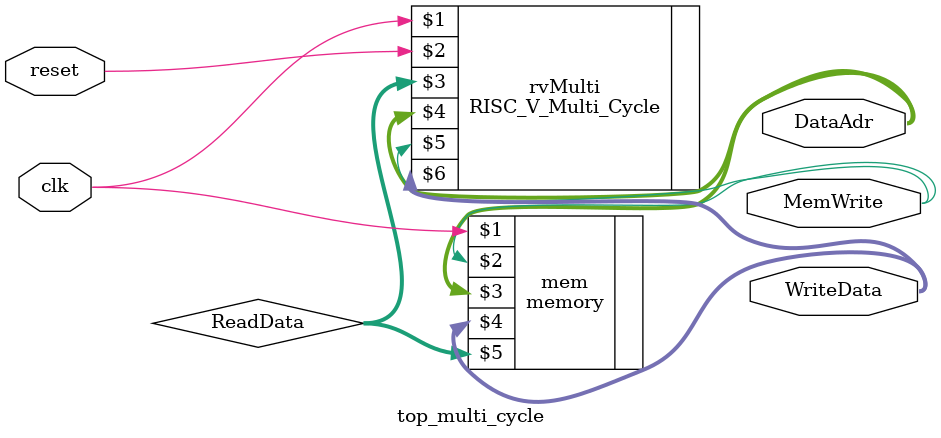
<source format=sv>
module top_multi_cycle(input  logic        clk, reset, 
           output logic [31:0] WriteData, DataAdr, 
           output logic        MemWrite);

logic [31:0] ReadData;

RISC_V_Multi_Cycle rvMulti(clk, reset, ReadData, DataAdr, MemWrite, WriteData);
memory mem(clk, MemWrite, DataAdr, WriteData, ReadData);

 
endmodule

</source>
